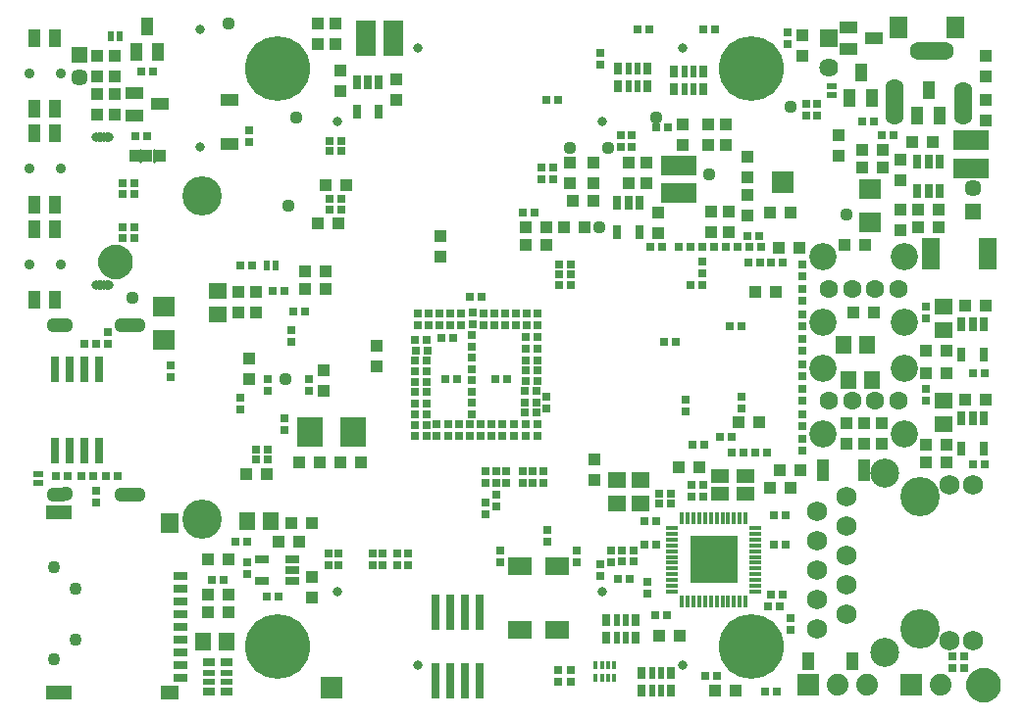
<source format=gbr>
G75*
G70*
%OFA0B0*%
%FSLAX24Y24*%
%IPPOS*%
%LPD*%
%AMOC8*
5,1,8,0,0,1.08239X$1,22.5*
%
%ADD10C,0.0631*%
%ADD11R,0.0740X0.0740*%
%ADD12R,0.0440X0.0440*%
%ADD13R,0.0280X0.0270*%
%ADD14R,0.0270X0.0280*%
%ADD15R,0.0540X0.0640*%
%ADD16R,0.0571X0.0571*%
%ADD17C,0.0571*%
%ADD18R,0.0440X0.0200*%
%ADD19R,0.0440X0.0300*%
%ADD20R,0.0257X0.0512*%
%ADD21R,0.0670X0.1221*%
%ADD22R,0.0640X0.0640*%
%ADD23C,0.0640*%
%ADD24R,0.0591X0.0434*%
%ADD25R,0.0512X0.0257*%
%ADD26C,0.0434*%
%ADD27R,0.0640X0.0540*%
%ADD28R,0.0749X0.0749*%
%ADD29R,0.1221X0.0670*%
%ADD30R,0.0740X0.0690*%
%ADD31R,0.0611X0.1064*%
%ADD32R,0.0280X0.1190*%
%ADD33C,0.0512*%
%ADD34R,0.0749X0.0670*%
%ADD35R,0.0168X0.0286*%
%ADD36R,0.0138X0.0286*%
%ADD37C,0.0317*%
%ADD38C,0.0440*%
%ADD39R,0.0867X0.0985*%
%ADD40C,0.0355*%
%ADD41R,0.0440X0.0620*%
%ADD42R,0.0434X0.0591*%
%ADD43C,0.0500*%
%ADD44R,0.0240X0.0340*%
%ADD45R,0.0591X0.0512*%
%ADD46R,0.0591X0.0670*%
%ADD47R,0.0906X0.0512*%
%ADD48R,0.0472X0.0315*%
%ADD49C,0.0740*%
%ADD50R,0.0340X0.0440*%
%ADD51C,0.0100*%
%ADD52C,0.0926*%
%ADD53C,0.0316*%
%ADD54R,0.0340X0.0240*%
%ADD55R,0.0611X0.0749*%
%ADD56C,0.0690*%
%ADD57C,0.1339*%
%ADD58C,0.0985*%
%ADD59R,0.0440X0.0740*%
%ADD60R,0.0827X0.0591*%
%ADD61C,0.2205*%
%ADD62C,0.0396*%
%ADD63R,0.0200X0.0440*%
%ADD64R,0.0300X0.0440*%
%ADD65R,0.0394X0.0138*%
%ADD66R,0.0138X0.0394*%
%ADD67R,0.1615X0.1615*%
%ADD68R,0.0276X0.0906*%
D10*
X037370Y019840D03*
X038157Y019840D03*
X038945Y019840D03*
X039732Y019840D03*
X039732Y023640D03*
X038945Y023640D03*
X038157Y023640D03*
X037370Y023640D03*
X039579Y029539D03*
X039579Y029657D03*
X039579Y029775D03*
X039579Y029893D03*
X039579Y030012D03*
X039579Y030130D03*
X039579Y030248D03*
X039579Y030366D03*
X039579Y030484D03*
X040425Y031764D03*
X040504Y031764D03*
X040622Y031764D03*
X040740Y031764D03*
X040858Y031764D03*
X040976Y031764D03*
X041095Y031764D03*
X041213Y031764D03*
X041291Y031764D03*
X041941Y030366D03*
X041941Y030248D03*
X041941Y030130D03*
X041941Y030012D03*
X041941Y029893D03*
X041941Y029775D03*
X041941Y029657D03*
X041941Y029539D03*
D11*
X040152Y010182D03*
X036652Y010182D03*
X020452Y010082D03*
D12*
X016952Y012632D03*
X016952Y013232D03*
X016252Y013232D03*
X016252Y012632D03*
X016252Y014432D03*
X016952Y014432D03*
X018652Y015032D03*
X019352Y015032D03*
X019102Y015682D03*
X019802Y015682D03*
X019802Y013832D03*
X019802Y013132D03*
X018252Y017332D03*
X017552Y017332D03*
X019352Y017732D03*
X020052Y017732D03*
X020752Y017732D03*
X021452Y017732D03*
X020202Y020182D03*
X020202Y020882D03*
X021982Y021001D03*
X021982Y021701D03*
X020252Y023632D03*
X020252Y024232D03*
X019552Y024232D03*
X019552Y023632D03*
X017902Y023532D03*
X017302Y023532D03*
X017302Y022832D03*
X017902Y022832D03*
X017652Y021282D03*
X017652Y020582D03*
X020002Y025882D03*
X020702Y025882D03*
X020952Y027182D03*
X020252Y027182D03*
X022652Y030082D03*
X022652Y030782D03*
X020752Y031082D03*
X020752Y030382D03*
X020602Y031982D03*
X020602Y032682D03*
X020002Y032682D03*
X020002Y031982D03*
X013102Y031582D03*
X012502Y031582D03*
X012502Y030882D03*
X013102Y030882D03*
X013102Y030282D03*
X012502Y030282D03*
X012502Y029582D03*
X013102Y029582D03*
X024152Y025432D03*
X024152Y024732D03*
X027052Y025132D03*
X027052Y025732D03*
X027752Y025732D03*
X028352Y025732D03*
X029052Y025732D03*
X029352Y026632D03*
X029352Y027232D03*
X029352Y027932D03*
X028552Y027932D03*
X028552Y027232D03*
X028652Y026632D03*
X027752Y025132D03*
X030552Y027232D03*
X031152Y027232D03*
X031152Y027932D03*
X030552Y027932D03*
X031552Y026257D03*
X031552Y025557D03*
X033352Y025582D03*
X033952Y025582D03*
X034602Y026132D03*
X033952Y026282D03*
X034602Y026832D03*
X034602Y027432D03*
X034602Y028132D03*
X033852Y028532D03*
X033252Y028532D03*
X033252Y029232D03*
X033852Y029232D03*
X032402Y029232D03*
X032402Y028532D03*
X033352Y026282D03*
X035352Y026232D03*
X036052Y026232D03*
X036352Y025062D03*
X035652Y025062D03*
X035561Y023555D03*
X034861Y023555D03*
X037902Y025132D03*
X038602Y025132D03*
X039802Y025632D03*
X040402Y025732D03*
X040402Y026332D03*
X039802Y026332D03*
X039802Y027332D03*
X039202Y027782D03*
X039202Y028382D03*
X039802Y028032D03*
X040202Y028632D03*
X040902Y028632D03*
X042702Y029382D03*
X042702Y030082D03*
X042702Y030882D03*
X042702Y031582D03*
X038502Y028382D03*
X038502Y027782D03*
X037702Y028182D03*
X037702Y028882D03*
X036452Y031582D03*
X036452Y032282D03*
X041102Y026332D03*
X041102Y025732D03*
X042002Y023082D03*
X042702Y023082D03*
X041352Y021532D03*
X040652Y021532D03*
X040652Y020782D03*
X041352Y020782D03*
X042002Y019882D03*
X042702Y019882D03*
X041352Y018332D03*
X041352Y017732D03*
X040652Y017732D03*
X040652Y018332D03*
X039152Y018382D03*
X038552Y018382D03*
X038552Y019082D03*
X039152Y019082D03*
X037952Y019082D03*
X037952Y018382D03*
X036402Y017482D03*
X036052Y016882D03*
X035702Y017482D03*
X035352Y016882D03*
X032952Y017582D03*
X032252Y017582D03*
X034310Y019106D03*
X035010Y019106D03*
X038202Y022832D03*
X038902Y022832D03*
X029402Y017832D03*
X029402Y017132D03*
X031602Y011832D03*
X032302Y011832D03*
X033502Y009982D03*
X034202Y009982D03*
D13*
X033552Y010482D03*
X033152Y010482D03*
X035202Y009932D03*
X035602Y009932D03*
X035702Y012832D03*
X035302Y012832D03*
X035402Y013232D03*
X035802Y013232D03*
X035902Y014932D03*
X035502Y014932D03*
X035502Y015932D03*
X035902Y015932D03*
X035252Y018082D03*
X034852Y018082D03*
X034452Y018082D03*
X034052Y018082D03*
X034072Y018624D03*
X033672Y018624D03*
X033127Y018332D03*
X032727Y018332D03*
X032702Y016982D03*
X033102Y016982D03*
X033102Y016582D03*
X032702Y016582D03*
X032002Y016682D03*
X032002Y016332D03*
X031602Y016332D03*
X031602Y016682D03*
X031502Y015732D03*
X031102Y015732D03*
X031092Y014932D03*
X031492Y014932D03*
X030722Y014732D03*
X030722Y014382D03*
X030322Y014382D03*
X030322Y014732D03*
X030202Y013782D03*
X030602Y013782D03*
X031452Y012532D03*
X031852Y012532D03*
X027462Y018632D03*
X027062Y018632D03*
X027062Y019052D03*
X027022Y019442D03*
X027022Y019792D03*
X027022Y020172D03*
X027062Y020522D03*
X027062Y020872D03*
X027062Y021222D03*
X027062Y021612D03*
X027062Y022012D03*
X027462Y022012D03*
X027462Y021612D03*
X027462Y021222D03*
X027462Y020872D03*
X027462Y020522D03*
X027422Y020172D03*
X027422Y019792D03*
X027422Y019442D03*
X027462Y019052D03*
X026412Y020582D03*
X026012Y020582D03*
X024732Y020582D03*
X024332Y020582D03*
X023682Y020482D03*
X023682Y020832D03*
X023682Y021212D03*
X023742Y021562D03*
X023682Y021912D03*
X023282Y021912D03*
X023342Y021562D03*
X023282Y021212D03*
X023282Y020832D03*
X023282Y020482D03*
X023282Y020132D03*
X023282Y019752D03*
X023282Y019372D03*
X023282Y019012D03*
X023282Y018632D03*
X023682Y018632D03*
X023682Y019012D03*
X023682Y019372D03*
X023682Y019752D03*
X023682Y020132D03*
X024202Y021982D03*
X024602Y021982D03*
X025172Y023392D03*
X025572Y023392D03*
X028202Y023782D03*
X028202Y024132D03*
X028202Y024482D03*
X028602Y024482D03*
X028602Y024132D03*
X028602Y023782D03*
X027352Y026232D03*
X026952Y026232D03*
X031302Y025082D03*
X031702Y025082D03*
X032252Y025082D03*
X032652Y025082D03*
X033052Y025082D03*
X033452Y025082D03*
X033852Y025082D03*
X034252Y025082D03*
X034652Y025082D03*
X034602Y025457D03*
X035002Y025457D03*
X035052Y025082D03*
X035027Y024532D03*
X035402Y024532D03*
X035802Y024532D03*
X034627Y024532D03*
X033052Y023782D03*
X032652Y023782D03*
X034002Y022382D03*
X034402Y022382D03*
X032152Y021832D03*
X031752Y021832D03*
X031902Y029132D03*
X031502Y029132D03*
X028152Y030082D03*
X027752Y030082D03*
X030852Y032482D03*
X031252Y032482D03*
X033102Y032482D03*
X033502Y032482D03*
X038502Y029332D03*
X038902Y029332D03*
X039152Y028882D03*
X039552Y028882D03*
X042252Y020782D03*
X042652Y020782D03*
X042652Y017682D03*
X042252Y017682D03*
X020802Y026357D03*
X020802Y026707D03*
X020402Y026707D03*
X020402Y026357D03*
X020402Y028332D03*
X020402Y028682D03*
X020802Y028682D03*
X020802Y028332D03*
X017752Y024432D03*
X017352Y024432D03*
X018452Y023582D03*
X018852Y023582D03*
X019152Y022882D03*
X019552Y022882D03*
X018302Y018182D03*
X018302Y017832D03*
X017902Y017832D03*
X017902Y018182D03*
X017602Y015032D03*
X017202Y015032D03*
X016802Y013732D03*
X016402Y013732D03*
X018252Y013182D03*
X018652Y013182D03*
X013202Y017282D03*
X012802Y017282D03*
X012352Y017282D03*
X011952Y017282D03*
X011502Y017282D03*
X011102Y017282D03*
X012052Y021782D03*
X012452Y021782D03*
X013352Y025382D03*
X013352Y025732D03*
X013752Y025732D03*
X013752Y025382D03*
X013752Y026882D03*
X013752Y027232D03*
X013352Y027232D03*
X013352Y026882D03*
X013802Y028832D03*
X014202Y028832D03*
X014402Y031032D03*
X014002Y031032D03*
D14*
X017652Y029032D03*
X017652Y028632D03*
X023392Y022812D03*
X023762Y022812D03*
X024132Y022812D03*
X024502Y022812D03*
X024872Y022812D03*
X025252Y022832D03*
X025622Y022812D03*
X025992Y022812D03*
X026362Y022812D03*
X026732Y022812D03*
X027102Y022812D03*
X027472Y022812D03*
X027472Y022412D03*
X027102Y022412D03*
X026732Y022412D03*
X026362Y022412D03*
X025992Y022412D03*
X025622Y022412D03*
X025252Y022432D03*
X025222Y022072D03*
X025222Y021672D03*
X025222Y021312D03*
X025222Y020912D03*
X025222Y020552D03*
X025222Y020152D03*
X025222Y019792D03*
X025222Y019392D03*
X025157Y019032D03*
X025512Y019032D03*
X025892Y019032D03*
X026272Y019032D03*
X026652Y019032D03*
X026652Y018632D03*
X026272Y018632D03*
X025892Y018632D03*
X025512Y018632D03*
X025157Y018632D03*
X024802Y018632D03*
X024422Y018632D03*
X024042Y018632D03*
X024042Y019032D03*
X024422Y019032D03*
X024802Y019032D03*
X025702Y017432D03*
X026052Y017432D03*
X026402Y017432D03*
X026402Y017032D03*
X026052Y017032D03*
X025702Y017032D03*
X026052Y016632D03*
X026052Y016232D03*
X025702Y016382D03*
X025702Y015982D03*
X026952Y017032D03*
X027302Y017032D03*
X027652Y017032D03*
X027652Y017432D03*
X027302Y017432D03*
X026952Y017432D03*
X027802Y015432D03*
X027802Y015032D03*
X028802Y014732D03*
X028802Y014332D03*
X029602Y014282D03*
X029952Y014332D03*
X029952Y014732D03*
X029602Y013882D03*
X031202Y013682D03*
X031202Y013282D03*
X028602Y010682D03*
X028602Y010282D03*
X028152Y010282D03*
X028152Y010682D03*
X026202Y014332D03*
X026202Y014732D03*
X023052Y014632D03*
X022702Y014632D03*
X022702Y014232D03*
X023052Y014232D03*
X022202Y014232D03*
X021852Y014232D03*
X021852Y014632D03*
X022202Y014632D03*
X020702Y014632D03*
X020352Y014632D03*
X020352Y014232D03*
X020702Y014232D03*
X017602Y014332D03*
X017602Y013932D03*
X012452Y016382D03*
X012452Y016782D03*
X015002Y020632D03*
X015002Y021032D03*
X012852Y021782D03*
X012852Y022182D03*
X017352Y019932D03*
X017352Y019532D03*
X018302Y020182D03*
X018302Y020582D03*
X019102Y021832D03*
X019102Y022232D03*
X019702Y020582D03*
X019702Y020182D03*
X018852Y019232D03*
X018852Y018832D03*
X023392Y022412D03*
X023762Y022412D03*
X024132Y022412D03*
X024502Y022412D03*
X024872Y022412D03*
X027777Y019982D03*
X027777Y019582D03*
X032502Y019482D03*
X032502Y019882D03*
X034384Y019986D03*
X034384Y019586D03*
X036452Y019382D03*
X036452Y018982D03*
X036452Y018562D03*
X036452Y018162D03*
X036452Y019832D03*
X036452Y020232D03*
X036452Y020682D03*
X036452Y021082D03*
X036452Y021532D03*
X036452Y021932D03*
X036452Y022382D03*
X036452Y022782D03*
X036452Y023232D03*
X036452Y023632D03*
X036452Y024082D03*
X036452Y024482D03*
X033052Y024582D03*
X033052Y024182D03*
X030652Y028482D03*
X030302Y028482D03*
X030302Y028882D03*
X030652Y028882D03*
X029602Y031282D03*
X029602Y031682D03*
X028002Y027782D03*
X028002Y027382D03*
X027602Y027382D03*
X027602Y027782D03*
X035952Y031982D03*
X035952Y032382D03*
X036602Y029932D03*
X036952Y029932D03*
X036952Y029532D03*
X036602Y029532D03*
X040652Y023032D03*
X040652Y022632D03*
X040652Y020232D03*
X040652Y019832D03*
X036052Y012432D03*
X036052Y012032D03*
X041552Y011132D03*
X041952Y011132D03*
X041952Y010732D03*
X041552Y010732D03*
D15*
X038812Y020542D03*
X038012Y020542D03*
X037852Y021732D03*
X038652Y021732D03*
X018402Y015732D03*
X017602Y015732D03*
X016902Y011632D03*
X016102Y011632D03*
D16*
X011902Y031625D03*
X042252Y026288D03*
D17*
X042252Y027075D03*
X011902Y030838D03*
D18*
X016302Y010582D03*
X016302Y010282D03*
X016902Y010282D03*
X016902Y010582D03*
D19*
X016902Y010932D03*
X016302Y010932D03*
X016302Y009932D03*
X016902Y009932D03*
D20*
X030178Y025570D03*
X030926Y025570D03*
X030926Y026594D03*
X030552Y026594D03*
X030178Y026594D03*
X022076Y029670D03*
X021328Y029670D03*
X021328Y030694D03*
X021702Y030694D03*
X022076Y030694D03*
X040378Y027994D03*
X040752Y027994D03*
X041126Y027994D03*
X041126Y026970D03*
X040752Y026970D03*
X040378Y026970D03*
X041878Y022444D03*
X042252Y022444D03*
X042626Y022444D03*
X042626Y021420D03*
X041878Y021420D03*
X041878Y019244D03*
X042252Y019244D03*
X042626Y019244D03*
X042626Y018220D03*
X041878Y018220D03*
D21*
X022574Y032182D03*
X021629Y032182D03*
D22*
X037352Y032182D03*
D23*
X037352Y031182D03*
D24*
X038019Y031808D03*
X038885Y032182D03*
X038019Y032556D03*
X017002Y030080D03*
X017002Y028584D03*
X014635Y029932D03*
X013769Y030306D03*
X013769Y029558D03*
D25*
X018090Y014456D03*
X018090Y013708D03*
X019114Y013708D03*
X019114Y014082D03*
X019114Y014456D03*
D26*
X011752Y013451D03*
X011022Y014182D03*
X011752Y011719D03*
X011022Y011033D03*
X013102Y024582D03*
X042602Y010182D03*
D27*
X041252Y019032D03*
X041252Y019832D03*
X041252Y022232D03*
X041252Y023032D03*
X030952Y017132D03*
X030952Y016332D03*
X030152Y016332D03*
X030152Y017132D03*
X016602Y022782D03*
X016602Y023582D03*
D28*
X033452Y014432D03*
X035802Y027282D03*
D29*
X032252Y026909D03*
X032252Y027854D03*
X042202Y027759D03*
X042202Y028704D03*
D30*
X038752Y027057D03*
X038752Y025907D03*
D31*
X040839Y024832D03*
X042764Y024832D03*
D32*
X025502Y012655D03*
X025002Y012655D03*
X024502Y012655D03*
X024002Y012655D03*
X024002Y010308D03*
X024502Y010308D03*
X025002Y010308D03*
X025502Y010308D03*
D33*
X013888Y016658D03*
X013770Y016658D03*
X013711Y016658D03*
X013554Y016658D03*
X013436Y016658D03*
X013337Y016658D03*
X011428Y016667D03*
X011310Y016658D03*
X011152Y016658D03*
X011034Y016658D03*
X011034Y022406D03*
X011152Y022406D03*
X011310Y022406D03*
X011428Y022406D03*
X013337Y022406D03*
X013436Y022406D03*
X013554Y022406D03*
X013711Y022406D03*
X013770Y022406D03*
X013888Y022406D03*
D34*
X014752Y021930D03*
X014752Y023033D03*
D35*
X029441Y010833D03*
X029441Y010430D03*
X030063Y010430D03*
X030063Y010833D03*
D36*
X029850Y010833D03*
X029653Y010833D03*
X029653Y010430D03*
X029850Y010430D03*
D37*
X012909Y023795D03*
X012830Y023795D03*
X012742Y023795D03*
X012643Y023795D03*
X012555Y023795D03*
X012476Y023795D03*
X012476Y028811D03*
X012555Y028811D03*
X012643Y028811D03*
X012742Y028811D03*
X012830Y028811D03*
X012909Y028811D03*
D38*
X016952Y032682D03*
X019252Y029482D03*
X019002Y026482D03*
X013702Y023332D03*
X018902Y020582D03*
X028552Y028432D03*
X029852Y028432D03*
X031502Y029482D03*
X033302Y027532D03*
X036052Y029832D03*
X037952Y026182D03*
X029552Y025732D03*
D39*
X021180Y018782D03*
X019723Y018782D03*
D40*
X011252Y024482D03*
X010202Y024482D03*
X010202Y027732D03*
X011252Y027732D03*
X011252Y030982D03*
X010202Y030982D03*
D41*
X010352Y029772D03*
X011052Y029772D03*
X011052Y028942D03*
X010352Y028942D03*
X010352Y026522D03*
X011052Y026522D03*
X011052Y025692D03*
X010352Y025692D03*
X010352Y023272D03*
X011052Y023272D03*
X011052Y032192D03*
X010352Y032192D03*
D42*
X013828Y031699D03*
X014576Y031699D03*
X014202Y032565D03*
X038078Y030149D03*
X038826Y030149D03*
X038452Y031015D03*
X040378Y029549D03*
X041126Y029549D03*
X040752Y030415D03*
X038150Y010982D03*
X036654Y010982D03*
D43*
X042267Y010182D02*
X042269Y010219D01*
X042275Y010255D01*
X042285Y010291D01*
X042299Y010325D01*
X042317Y010357D01*
X042338Y010388D01*
X042362Y010416D01*
X042389Y010441D01*
X042419Y010462D01*
X042451Y010481D01*
X042485Y010496D01*
X042520Y010507D01*
X042556Y010514D01*
X042593Y010517D01*
X042630Y010516D01*
X042666Y010511D01*
X042702Y010502D01*
X042737Y010489D01*
X042769Y010472D01*
X042800Y010452D01*
X042829Y010428D01*
X042855Y010402D01*
X042877Y010373D01*
X042897Y010341D01*
X042912Y010308D01*
X042924Y010273D01*
X042932Y010237D01*
X042936Y010200D01*
X042936Y010164D01*
X042932Y010127D01*
X042924Y010091D01*
X042912Y010056D01*
X042897Y010023D01*
X042877Y009991D01*
X042855Y009962D01*
X042829Y009936D01*
X042800Y009912D01*
X042770Y009892D01*
X042737Y009875D01*
X042702Y009862D01*
X042666Y009853D01*
X042630Y009848D01*
X042593Y009847D01*
X042556Y009850D01*
X042520Y009857D01*
X042485Y009868D01*
X042451Y009883D01*
X042419Y009902D01*
X042389Y009923D01*
X042362Y009948D01*
X042338Y009976D01*
X042317Y010007D01*
X042299Y010039D01*
X042285Y010073D01*
X042275Y010109D01*
X042269Y010145D01*
X042267Y010182D01*
X012767Y024582D02*
X012769Y024619D01*
X012775Y024655D01*
X012785Y024691D01*
X012799Y024725D01*
X012817Y024757D01*
X012838Y024788D01*
X012862Y024816D01*
X012889Y024841D01*
X012919Y024862D01*
X012951Y024881D01*
X012985Y024896D01*
X013020Y024907D01*
X013056Y024914D01*
X013093Y024917D01*
X013130Y024916D01*
X013166Y024911D01*
X013202Y024902D01*
X013237Y024889D01*
X013269Y024872D01*
X013300Y024852D01*
X013329Y024828D01*
X013355Y024802D01*
X013377Y024773D01*
X013397Y024741D01*
X013412Y024708D01*
X013424Y024673D01*
X013432Y024637D01*
X013436Y024600D01*
X013436Y024564D01*
X013432Y024527D01*
X013424Y024491D01*
X013412Y024456D01*
X013397Y024423D01*
X013377Y024391D01*
X013355Y024362D01*
X013329Y024336D01*
X013300Y024312D01*
X013270Y024292D01*
X013237Y024275D01*
X013202Y024262D01*
X013166Y024253D01*
X013130Y024248D01*
X013093Y024247D01*
X013056Y024250D01*
X013020Y024257D01*
X012985Y024268D01*
X012951Y024283D01*
X012919Y024302D01*
X012889Y024323D01*
X012862Y024348D01*
X012838Y024376D01*
X012817Y024407D01*
X012799Y024439D01*
X012785Y024473D01*
X012775Y024509D01*
X012769Y024545D01*
X012767Y024582D01*
D44*
X018252Y024432D03*
X018552Y024432D03*
X013252Y032232D03*
X012952Y032232D03*
D45*
X033669Y017297D03*
X033669Y016667D03*
X034535Y016667D03*
X034535Y017297D03*
X014959Y009930D03*
D46*
X014959Y015679D03*
D47*
X011180Y009930D03*
X011180Y016033D03*
D48*
X015313Y013867D03*
X015313Y013434D03*
X015313Y013001D03*
X015313Y012568D03*
X015313Y012135D03*
X015313Y011702D03*
X015313Y011269D03*
X015313Y010836D03*
X015313Y010403D03*
D49*
X037652Y010182D03*
X038652Y010182D03*
X041152Y010182D03*
D50*
X014652Y028182D03*
X014202Y028182D03*
X013752Y028182D03*
D51*
X013977Y027990D02*
X013977Y028373D01*
X014427Y028373D02*
X014427Y027990D01*
D52*
X037173Y024762D03*
X037173Y022518D03*
X037173Y020962D03*
X037173Y018718D03*
X039929Y018718D03*
X039929Y020962D03*
X039929Y022518D03*
X039929Y024762D03*
D53*
X032402Y031832D03*
X029652Y029332D03*
X023402Y031832D03*
X020652Y029332D03*
X016002Y028482D03*
X016002Y032482D03*
X020652Y013332D03*
X023402Y010832D03*
X029652Y013332D03*
X032402Y010832D03*
D54*
X010502Y017032D03*
X010502Y017332D03*
X037452Y030232D03*
X037452Y030532D03*
D55*
X039739Y032532D03*
X041664Y032532D03*
D56*
X041452Y016982D03*
X042252Y016982D03*
X037952Y016582D03*
X037952Y015582D03*
X037952Y014582D03*
X037952Y013582D03*
X036952Y014082D03*
X036952Y015082D03*
X036952Y016082D03*
X036952Y013082D03*
X036952Y012082D03*
X037952Y012582D03*
X041452Y011682D03*
X042252Y011682D03*
D57*
X040452Y012082D03*
X040452Y016582D03*
X016049Y015806D03*
X016049Y026830D03*
D58*
X039252Y017382D03*
X039252Y011282D03*
D59*
X038552Y017482D03*
X037152Y017482D03*
D60*
X028132Y014214D03*
X026872Y014214D03*
X026872Y012049D03*
X028132Y012049D03*
D61*
X034723Y011475D03*
X018636Y011475D03*
X018636Y031160D03*
X034723Y031160D03*
D62*
X034108Y031747D03*
X033852Y031156D03*
X034108Y030546D03*
X034719Y030290D03*
X035309Y030546D03*
X035585Y031156D03*
X035349Y031767D03*
X034719Y032023D03*
X019502Y031156D03*
X019246Y031767D03*
X018636Y032023D03*
X018026Y031767D03*
X017770Y031156D03*
X018026Y030546D03*
X018636Y030290D03*
X019226Y030527D03*
X018636Y012338D03*
X019246Y012082D03*
X019502Y011471D03*
X019246Y010861D03*
X018636Y010605D03*
X018026Y010861D03*
X017770Y011471D03*
X018026Y012082D03*
X033852Y011471D03*
X034108Y012082D03*
X034719Y012338D03*
X035329Y012082D03*
X035585Y011471D03*
X035329Y010861D03*
X034719Y010605D03*
X034108Y010861D03*
D63*
X031652Y010582D03*
X031352Y010582D03*
X031352Y009982D03*
X031652Y009982D03*
X030452Y011782D03*
X030152Y011782D03*
X030152Y012382D03*
X030452Y012382D03*
X030552Y030532D03*
X030852Y030532D03*
X030852Y031132D03*
X030552Y031132D03*
X032452Y031032D03*
X032752Y031032D03*
X032752Y030432D03*
X032452Y030432D03*
D64*
X032102Y030432D03*
X032102Y031032D03*
X031202Y031132D03*
X031202Y030532D03*
X030202Y030532D03*
X030202Y031132D03*
X033102Y031032D03*
X033102Y030432D03*
X030802Y012382D03*
X029802Y012382D03*
X029802Y011782D03*
X030802Y011782D03*
X031002Y010582D03*
X031002Y009982D03*
X032002Y009982D03*
X032002Y010582D03*
D65*
X032034Y013349D03*
X032034Y013546D03*
X032034Y013743D03*
X032034Y013940D03*
X032034Y014136D03*
X032034Y014333D03*
X032034Y014530D03*
X032034Y014727D03*
X032034Y014924D03*
X032034Y015121D03*
X032034Y015317D03*
X032034Y015514D03*
X034869Y015514D03*
X034869Y015317D03*
X034869Y015121D03*
X034869Y014924D03*
X034869Y014727D03*
X034869Y014530D03*
X034869Y014333D03*
X034869Y014136D03*
X034869Y013940D03*
X034869Y013743D03*
X034869Y013546D03*
X034869Y013349D03*
D66*
X034534Y013014D03*
X034337Y013014D03*
X034141Y013014D03*
X033944Y013014D03*
X033747Y013014D03*
X033550Y013014D03*
X033353Y013014D03*
X033156Y013014D03*
X032960Y013014D03*
X032763Y013014D03*
X032566Y013014D03*
X032369Y013014D03*
X032369Y015849D03*
X032566Y015849D03*
X032763Y015849D03*
X032960Y015849D03*
X033156Y015849D03*
X033353Y015849D03*
X033550Y015849D03*
X033747Y015849D03*
X033944Y015849D03*
X034141Y015849D03*
X034337Y015849D03*
X034534Y015849D03*
D67*
X033452Y014432D03*
D68*
X012552Y018154D03*
X012052Y018154D03*
X011552Y018154D03*
X011052Y018154D03*
X011052Y020910D03*
X011552Y020910D03*
X012052Y020910D03*
X012552Y020910D03*
M02*

</source>
